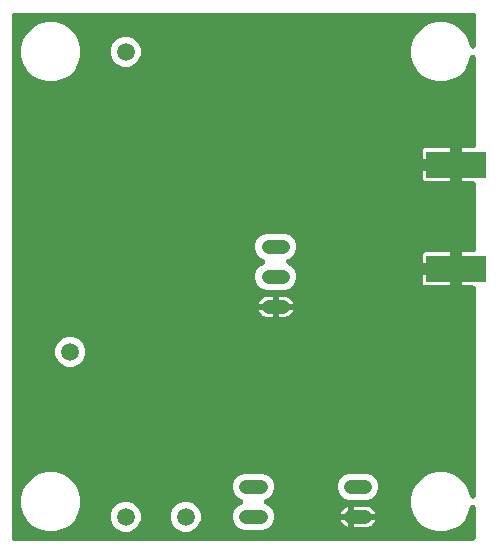
<source format=gbr>
G04 EAGLE Gerber RS-274X export*
G75*
%MOMM*%
%FSLAX34Y34*%
%LPD*%
%INBottom Copper*%
%IPPOS*%
%AMOC8*
5,1,8,0,0,1.08239X$1,22.5*%
G01*
%ADD10C,1.219200*%
%ADD11R,5.080000X2.286000*%
%ADD12C,1.500000*%

G36*
X840015Y5084D02*
X840015Y5084D01*
X840049Y5082D01*
X840238Y5104D01*
X840429Y5121D01*
X840462Y5130D01*
X840496Y5134D01*
X840679Y5189D01*
X840863Y5239D01*
X840894Y5254D01*
X840927Y5264D01*
X841098Y5351D01*
X841270Y5433D01*
X841298Y5453D01*
X841329Y5468D01*
X841481Y5584D01*
X841636Y5695D01*
X841660Y5720D01*
X841687Y5740D01*
X841816Y5880D01*
X841950Y6017D01*
X841969Y6046D01*
X841993Y6072D01*
X842095Y6233D01*
X842202Y6390D01*
X842216Y6422D01*
X842234Y6451D01*
X842307Y6628D01*
X842384Y6802D01*
X842392Y6836D01*
X842405Y6868D01*
X842445Y7055D01*
X842491Y7240D01*
X842493Y7274D01*
X842500Y7308D01*
X842519Y7620D01*
X842519Y32822D01*
X842509Y32940D01*
X842508Y33058D01*
X842489Y33164D01*
X842479Y33270D01*
X842448Y33385D01*
X842427Y33501D01*
X842389Y33601D01*
X842361Y33705D01*
X842310Y33812D01*
X842268Y33923D01*
X842213Y34015D01*
X842167Y34111D01*
X842099Y34208D01*
X842038Y34310D01*
X841968Y34391D01*
X841905Y34477D01*
X841820Y34560D01*
X841743Y34650D01*
X841659Y34717D01*
X841583Y34791D01*
X841484Y34858D01*
X841392Y34932D01*
X841298Y34984D01*
X841210Y35044D01*
X841101Y35092D01*
X840997Y35148D01*
X840896Y35182D01*
X840798Y35226D01*
X840682Y35254D01*
X840570Y35292D01*
X840464Y35307D01*
X840360Y35332D01*
X840242Y35340D01*
X840125Y35357D01*
X840018Y35354D01*
X839911Y35360D01*
X839793Y35346D01*
X839675Y35343D01*
X839570Y35320D01*
X839464Y35308D01*
X839350Y35274D01*
X839234Y35249D01*
X839135Y35209D01*
X839033Y35178D01*
X838927Y35124D01*
X838817Y35079D01*
X838727Y35022D01*
X838631Y34973D01*
X838537Y34902D01*
X838437Y34838D01*
X838358Y34766D01*
X838273Y34701D01*
X838192Y34614D01*
X838105Y34534D01*
X838040Y34449D01*
X837968Y34370D01*
X837904Y34270D01*
X837832Y34176D01*
X837783Y34081D01*
X837726Y33991D01*
X837681Y33881D01*
X837627Y33775D01*
X837579Y33632D01*
X837555Y33574D01*
X837547Y33537D01*
X837527Y33479D01*
X836172Y28419D01*
X832870Y22700D01*
X828200Y18030D01*
X822481Y14728D01*
X816102Y13019D01*
X809498Y13019D01*
X803119Y14728D01*
X797400Y18030D01*
X792730Y22700D01*
X789428Y28419D01*
X787719Y34798D01*
X787719Y41402D01*
X789428Y47781D01*
X792730Y53500D01*
X797400Y58170D01*
X803119Y61472D01*
X809498Y63181D01*
X816102Y63181D01*
X822481Y61472D01*
X828200Y58170D01*
X832870Y53500D01*
X836172Y47781D01*
X837527Y42721D01*
X837568Y42610D01*
X837599Y42495D01*
X837645Y42399D01*
X837682Y42298D01*
X837742Y42195D01*
X837793Y42089D01*
X837855Y42002D01*
X837909Y41909D01*
X837986Y41819D01*
X838055Y41723D01*
X838131Y41648D01*
X838201Y41566D01*
X838292Y41491D01*
X838377Y41409D01*
X838466Y41349D01*
X838549Y41281D01*
X838652Y41223D01*
X838750Y41156D01*
X838848Y41113D01*
X838942Y41061D01*
X839054Y41022D01*
X839162Y40974D01*
X839266Y40949D01*
X839367Y40914D01*
X839485Y40896D01*
X839600Y40868D01*
X839707Y40861D01*
X839812Y40844D01*
X839931Y40847D01*
X840049Y40840D01*
X840155Y40852D01*
X840262Y40855D01*
X840378Y40878D01*
X840496Y40892D01*
X840599Y40923D01*
X840704Y40944D01*
X840814Y40988D01*
X840927Y41022D01*
X841023Y41071D01*
X841122Y41110D01*
X841223Y41173D01*
X841329Y41227D01*
X841414Y41291D01*
X841505Y41348D01*
X841593Y41427D01*
X841687Y41499D01*
X841760Y41577D01*
X841839Y41649D01*
X841912Y41742D01*
X841993Y41830D01*
X842050Y41920D01*
X842116Y42005D01*
X842171Y42109D01*
X842234Y42209D01*
X842275Y42309D01*
X842325Y42403D01*
X842360Y42516D01*
X842405Y42626D01*
X842428Y42731D01*
X842460Y42833D01*
X842475Y42950D01*
X842500Y43066D01*
X842509Y43217D01*
X842517Y43279D01*
X842515Y43317D01*
X842519Y43378D01*
X842519Y218694D01*
X842516Y218729D01*
X842518Y218763D01*
X842496Y218952D01*
X842479Y219143D01*
X842470Y219176D01*
X842466Y219210D01*
X842411Y219393D01*
X842361Y219577D01*
X842346Y219608D01*
X842336Y219641D01*
X842249Y219812D01*
X842167Y219984D01*
X842147Y220012D01*
X842132Y220043D01*
X842016Y220195D01*
X841905Y220350D01*
X841880Y220374D01*
X841860Y220401D01*
X841720Y220530D01*
X841583Y220664D01*
X841554Y220683D01*
X841528Y220707D01*
X841367Y220809D01*
X841210Y220916D01*
X841178Y220930D01*
X841149Y220948D01*
X840972Y221021D01*
X840798Y221098D01*
X840764Y221106D01*
X840732Y221119D01*
X840545Y221159D01*
X840360Y221205D01*
X840326Y221207D01*
X840292Y221214D01*
X839980Y221233D01*
X830325Y221233D01*
X830325Y232664D01*
X830322Y232698D01*
X830324Y232733D01*
X830302Y232922D01*
X830285Y233112D01*
X830276Y233146D01*
X830272Y233180D01*
X830217Y233363D01*
X830167Y233547D01*
X830152Y233578D01*
X830142Y233611D01*
X830055Y233782D01*
X829973Y233953D01*
X829953Y233981D01*
X829937Y234012D01*
X829822Y234164D01*
X829711Y234319D01*
X829686Y234344D01*
X829665Y234371D01*
X829525Y234500D01*
X829389Y234634D01*
X829360Y234653D01*
X829334Y234676D01*
X829173Y234779D01*
X829015Y234886D01*
X828984Y234900D01*
X828955Y234918D01*
X828778Y234991D01*
X828604Y235068D01*
X828570Y235076D01*
X828538Y235089D01*
X828351Y235129D01*
X828166Y235174D01*
X828132Y235177D01*
X828098Y235184D01*
X827786Y235203D01*
X825245Y235203D01*
X825245Y235205D01*
X827786Y235205D01*
X827820Y235208D01*
X827855Y235206D01*
X828044Y235228D01*
X828234Y235245D01*
X828268Y235254D01*
X828302Y235258D01*
X828485Y235313D01*
X828669Y235363D01*
X828700Y235378D01*
X828733Y235388D01*
X828904Y235475D01*
X829075Y235557D01*
X829104Y235577D01*
X829134Y235593D01*
X829286Y235708D01*
X829442Y235819D01*
X829466Y235844D01*
X829493Y235865D01*
X829622Y236005D01*
X829756Y236141D01*
X829775Y236170D01*
X829798Y236196D01*
X829901Y236357D01*
X830008Y236515D01*
X830022Y236546D01*
X830040Y236575D01*
X830113Y236752D01*
X830190Y236926D01*
X830198Y236960D01*
X830211Y236992D01*
X830251Y237179D01*
X830297Y237364D01*
X830299Y237398D01*
X830306Y237432D01*
X830325Y237744D01*
X830325Y249175D01*
X839980Y249175D01*
X840015Y249178D01*
X840049Y249176D01*
X840238Y249198D01*
X840429Y249215D01*
X840462Y249224D01*
X840496Y249228D01*
X840679Y249283D01*
X840863Y249333D01*
X840894Y249348D01*
X840927Y249358D01*
X841098Y249445D01*
X841270Y249527D01*
X841298Y249547D01*
X841329Y249562D01*
X841481Y249678D01*
X841636Y249789D01*
X841660Y249814D01*
X841687Y249834D01*
X841816Y249974D01*
X841950Y250111D01*
X841969Y250140D01*
X841993Y250166D01*
X842095Y250327D01*
X842202Y250484D01*
X842216Y250516D01*
X842234Y250545D01*
X842307Y250722D01*
X842384Y250896D01*
X842392Y250930D01*
X842405Y250962D01*
X842445Y251149D01*
X842491Y251334D01*
X842493Y251368D01*
X842500Y251402D01*
X842519Y251714D01*
X842519Y307086D01*
X842516Y307121D01*
X842518Y307155D01*
X842496Y307344D01*
X842479Y307535D01*
X842470Y307568D01*
X842466Y307602D01*
X842411Y307785D01*
X842361Y307969D01*
X842346Y308000D01*
X842336Y308033D01*
X842249Y308204D01*
X842167Y308376D01*
X842147Y308404D01*
X842132Y308435D01*
X842016Y308587D01*
X841905Y308742D01*
X841880Y308766D01*
X841860Y308793D01*
X841720Y308922D01*
X841583Y309056D01*
X841554Y309075D01*
X841528Y309099D01*
X841367Y309201D01*
X841210Y309308D01*
X841178Y309322D01*
X841149Y309340D01*
X840972Y309413D01*
X840798Y309490D01*
X840764Y309498D01*
X840732Y309511D01*
X840545Y309551D01*
X840360Y309597D01*
X840326Y309599D01*
X840292Y309606D01*
X839980Y309625D01*
X830325Y309625D01*
X830325Y321056D01*
X830322Y321090D01*
X830324Y321125D01*
X830302Y321314D01*
X830285Y321504D01*
X830276Y321538D01*
X830272Y321572D01*
X830217Y321755D01*
X830167Y321939D01*
X830152Y321970D01*
X830142Y322003D01*
X830055Y322174D01*
X829973Y322345D01*
X829953Y322373D01*
X829937Y322404D01*
X829822Y322556D01*
X829711Y322711D01*
X829686Y322736D01*
X829665Y322763D01*
X829525Y322892D01*
X829389Y323026D01*
X829360Y323045D01*
X829334Y323068D01*
X829173Y323171D01*
X829015Y323278D01*
X828984Y323292D01*
X828955Y323310D01*
X828778Y323383D01*
X828604Y323460D01*
X828570Y323468D01*
X828538Y323481D01*
X828351Y323521D01*
X828166Y323566D01*
X828132Y323569D01*
X828098Y323576D01*
X827786Y323595D01*
X825245Y323595D01*
X825245Y323597D01*
X827786Y323597D01*
X827820Y323600D01*
X827855Y323598D01*
X828044Y323620D01*
X828234Y323637D01*
X828268Y323646D01*
X828302Y323650D01*
X828485Y323705D01*
X828669Y323755D01*
X828700Y323770D01*
X828733Y323780D01*
X828904Y323867D01*
X829075Y323949D01*
X829104Y323969D01*
X829134Y323985D01*
X829286Y324100D01*
X829442Y324211D01*
X829466Y324236D01*
X829493Y324257D01*
X829622Y324397D01*
X829756Y324533D01*
X829775Y324562D01*
X829798Y324588D01*
X829901Y324749D01*
X830008Y324907D01*
X830022Y324938D01*
X830040Y324967D01*
X830113Y325144D01*
X830190Y325318D01*
X830198Y325352D01*
X830211Y325384D01*
X830251Y325571D01*
X830297Y325756D01*
X830299Y325790D01*
X830306Y325824D01*
X830325Y326136D01*
X830325Y337567D01*
X839980Y337567D01*
X840015Y337570D01*
X840049Y337568D01*
X840238Y337590D01*
X840429Y337607D01*
X840462Y337616D01*
X840496Y337620D01*
X840679Y337675D01*
X840863Y337725D01*
X840894Y337740D01*
X840927Y337750D01*
X841098Y337837D01*
X841270Y337919D01*
X841298Y337939D01*
X841329Y337954D01*
X841481Y338070D01*
X841636Y338181D01*
X841660Y338206D01*
X841687Y338226D01*
X841816Y338366D01*
X841950Y338503D01*
X841969Y338532D01*
X841993Y338558D01*
X842095Y338719D01*
X842202Y338876D01*
X842216Y338908D01*
X842234Y338937D01*
X842307Y339114D01*
X842384Y339288D01*
X842392Y339322D01*
X842405Y339354D01*
X842445Y339541D01*
X842491Y339726D01*
X842493Y339760D01*
X842500Y339794D01*
X842519Y340106D01*
X842519Y413822D01*
X842509Y413940D01*
X842508Y414058D01*
X842489Y414164D01*
X842479Y414270D01*
X842448Y414385D01*
X842427Y414501D01*
X842389Y414601D01*
X842361Y414705D01*
X842310Y414812D01*
X842268Y414923D01*
X842213Y415015D01*
X842167Y415111D01*
X842099Y415208D01*
X842038Y415310D01*
X841968Y415391D01*
X841905Y415477D01*
X841820Y415560D01*
X841743Y415650D01*
X841659Y415717D01*
X841583Y415791D01*
X841484Y415858D01*
X841392Y415932D01*
X841298Y415984D01*
X841210Y416044D01*
X841101Y416092D01*
X840997Y416148D01*
X840896Y416182D01*
X840798Y416226D01*
X840682Y416254D01*
X840570Y416292D01*
X840464Y416307D01*
X840360Y416332D01*
X840242Y416340D01*
X840125Y416357D01*
X840018Y416354D01*
X839911Y416360D01*
X839793Y416346D01*
X839675Y416343D01*
X839570Y416320D01*
X839464Y416308D01*
X839350Y416274D01*
X839234Y416249D01*
X839135Y416209D01*
X839033Y416178D01*
X838927Y416124D01*
X838817Y416079D01*
X838727Y416022D01*
X838631Y415973D01*
X838537Y415902D01*
X838437Y415838D01*
X838358Y415766D01*
X838273Y415701D01*
X838192Y415614D01*
X838105Y415534D01*
X838040Y415449D01*
X837968Y415370D01*
X837904Y415270D01*
X837832Y415176D01*
X837783Y415081D01*
X837726Y414991D01*
X837681Y414881D01*
X837627Y414775D01*
X837579Y414632D01*
X837555Y414574D01*
X837547Y414537D01*
X837527Y414479D01*
X836172Y409419D01*
X832870Y403700D01*
X828200Y399030D01*
X822481Y395728D01*
X816102Y394019D01*
X809498Y394019D01*
X803119Y395728D01*
X797400Y399030D01*
X792730Y403700D01*
X789428Y409419D01*
X787719Y415798D01*
X787719Y422402D01*
X789428Y428781D01*
X792730Y434500D01*
X797400Y439170D01*
X803119Y442472D01*
X809498Y444181D01*
X816102Y444181D01*
X822481Y442472D01*
X828200Y439170D01*
X832870Y434500D01*
X836172Y428781D01*
X837527Y423721D01*
X837568Y423610D01*
X837599Y423495D01*
X837645Y423399D01*
X837682Y423298D01*
X837742Y423196D01*
X837793Y423089D01*
X837855Y423002D01*
X837909Y422909D01*
X837986Y422819D01*
X838055Y422723D01*
X838131Y422648D01*
X838201Y422566D01*
X838292Y422491D01*
X838377Y422409D01*
X838466Y422349D01*
X838549Y422281D01*
X838652Y422223D01*
X838750Y422156D01*
X838848Y422113D01*
X838942Y422061D01*
X839054Y422022D01*
X839162Y421974D01*
X839266Y421949D01*
X839367Y421914D01*
X839485Y421896D01*
X839600Y421868D01*
X839707Y421861D01*
X839812Y421844D01*
X839931Y421847D01*
X840049Y421840D01*
X840155Y421852D01*
X840262Y421855D01*
X840378Y421878D01*
X840496Y421892D01*
X840599Y421923D01*
X840704Y421944D01*
X840814Y421988D01*
X840927Y422022D01*
X841023Y422071D01*
X841122Y422110D01*
X841223Y422173D01*
X841329Y422227D01*
X841414Y422291D01*
X841505Y422348D01*
X841593Y422427D01*
X841687Y422499D01*
X841760Y422577D01*
X841839Y422649D01*
X841912Y422742D01*
X841993Y422830D01*
X842050Y422920D01*
X842116Y423005D01*
X842171Y423109D01*
X842234Y423209D01*
X842275Y423309D01*
X842325Y423403D01*
X842360Y423516D01*
X842405Y423626D01*
X842428Y423731D01*
X842460Y423833D01*
X842475Y423950D01*
X842500Y424066D01*
X842509Y424217D01*
X842517Y424279D01*
X842515Y424317D01*
X842519Y424378D01*
X842519Y449480D01*
X842517Y449502D01*
X842518Y449519D01*
X842517Y449529D01*
X842518Y449549D01*
X842496Y449738D01*
X842479Y449929D01*
X842470Y449962D01*
X842466Y449996D01*
X842411Y450179D01*
X842361Y450363D01*
X842346Y450394D01*
X842336Y450427D01*
X842249Y450598D01*
X842167Y450770D01*
X842147Y450798D01*
X842132Y450829D01*
X842016Y450981D01*
X841905Y451136D01*
X841880Y451160D01*
X841860Y451187D01*
X841720Y451316D01*
X841583Y451450D01*
X841554Y451469D01*
X841528Y451493D01*
X841367Y451595D01*
X841210Y451702D01*
X841178Y451716D01*
X841149Y451734D01*
X840972Y451807D01*
X840798Y451884D01*
X840764Y451892D01*
X840732Y451905D01*
X840545Y451945D01*
X840360Y451991D01*
X840326Y451993D01*
X840292Y452000D01*
X839980Y452019D01*
X452120Y452019D01*
X452085Y452016D01*
X452051Y452018D01*
X451862Y451996D01*
X451671Y451979D01*
X451638Y451970D01*
X451604Y451966D01*
X451421Y451911D01*
X451237Y451861D01*
X451206Y451846D01*
X451173Y451836D01*
X451002Y451749D01*
X450830Y451667D01*
X450802Y451647D01*
X450771Y451632D01*
X450619Y451516D01*
X450464Y451405D01*
X450440Y451380D01*
X450413Y451360D01*
X450284Y451220D01*
X450150Y451083D01*
X450131Y451054D01*
X450107Y451028D01*
X450005Y450867D01*
X449898Y450710D01*
X449884Y450678D01*
X449866Y450649D01*
X449793Y450472D01*
X449716Y450298D01*
X449708Y450264D01*
X449695Y450232D01*
X449655Y450045D01*
X449609Y449860D01*
X449607Y449826D01*
X449600Y449792D01*
X449581Y449480D01*
X449581Y7620D01*
X449584Y7585D01*
X449582Y7551D01*
X449604Y7362D01*
X449621Y7171D01*
X449630Y7138D01*
X449634Y7104D01*
X449689Y6921D01*
X449739Y6737D01*
X449754Y6706D01*
X449764Y6673D01*
X449851Y6502D01*
X449933Y6330D01*
X449953Y6302D01*
X449968Y6271D01*
X450084Y6119D01*
X450195Y5964D01*
X450220Y5940D01*
X450240Y5913D01*
X450380Y5784D01*
X450517Y5650D01*
X450546Y5631D01*
X450572Y5607D01*
X450733Y5505D01*
X450890Y5398D01*
X450922Y5384D01*
X450951Y5366D01*
X451128Y5293D01*
X451302Y5216D01*
X451336Y5208D01*
X451368Y5195D01*
X451555Y5155D01*
X451740Y5109D01*
X451774Y5107D01*
X451808Y5100D01*
X452120Y5081D01*
X839980Y5081D01*
X840015Y5084D01*
G37*
%LPC*%
G36*
X479298Y394019D02*
X479298Y394019D01*
X472919Y395728D01*
X467200Y399030D01*
X462530Y403700D01*
X459228Y409419D01*
X457519Y415798D01*
X457519Y422402D01*
X459228Y428781D01*
X462530Y434500D01*
X467200Y439170D01*
X472919Y442472D01*
X479298Y444181D01*
X485902Y444181D01*
X492281Y442472D01*
X498000Y439170D01*
X502670Y434500D01*
X505972Y428781D01*
X507681Y422402D01*
X507681Y415798D01*
X505972Y409419D01*
X502670Y403700D01*
X498000Y399030D01*
X492281Y395728D01*
X485902Y394019D01*
X479298Y394019D01*
G37*
%LPD*%
%LPC*%
G36*
X479298Y13019D02*
X479298Y13019D01*
X472919Y14728D01*
X467200Y18030D01*
X462530Y22700D01*
X459228Y28419D01*
X457519Y34798D01*
X457519Y41402D01*
X459228Y47781D01*
X462530Y53500D01*
X467200Y58170D01*
X472919Y61472D01*
X479298Y63181D01*
X485902Y63181D01*
X492281Y61472D01*
X498000Y58170D01*
X502670Y53500D01*
X505972Y47781D01*
X507681Y41402D01*
X507681Y34798D01*
X505972Y28419D01*
X502670Y22700D01*
X498000Y18030D01*
X492281Y14728D01*
X485902Y13019D01*
X479298Y13019D01*
G37*
%LPD*%
%LPC*%
G36*
X645985Y14223D02*
X645985Y14223D01*
X641877Y15925D01*
X638733Y19069D01*
X637031Y23177D01*
X637031Y27623D01*
X638733Y31731D01*
X641877Y34875D01*
X643999Y35754D01*
X644114Y35814D01*
X644233Y35866D01*
X644281Y35897D01*
X644295Y35904D01*
X644321Y35923D01*
X644398Y35963D01*
X644500Y36042D01*
X644609Y36114D01*
X644678Y36180D01*
X644754Y36238D01*
X644841Y36335D01*
X644935Y36425D01*
X644991Y36502D01*
X645055Y36573D01*
X645124Y36683D01*
X645201Y36788D01*
X645243Y36874D01*
X645293Y36955D01*
X645341Y37076D01*
X645398Y37192D01*
X645425Y37284D01*
X645460Y37373D01*
X645486Y37501D01*
X645521Y37626D01*
X645531Y37721D01*
X645550Y37814D01*
X645553Y37944D01*
X645566Y38074D01*
X645559Y38169D01*
X645561Y38264D01*
X645541Y38393D01*
X645531Y38523D01*
X645507Y38615D01*
X645492Y38709D01*
X645450Y38832D01*
X645417Y38958D01*
X645377Y39045D01*
X645346Y39135D01*
X645282Y39249D01*
X645228Y39367D01*
X645173Y39445D01*
X645126Y39528D01*
X645044Y39629D01*
X644969Y39736D01*
X644901Y39803D01*
X644841Y39877D01*
X644742Y39961D01*
X644650Y40053D01*
X644571Y40107D01*
X644499Y40169D01*
X644386Y40235D01*
X644279Y40309D01*
X644162Y40366D01*
X644110Y40397D01*
X644068Y40412D01*
X643999Y40446D01*
X641877Y41325D01*
X638733Y44469D01*
X637031Y48577D01*
X637031Y53023D01*
X638733Y57131D01*
X641877Y60275D01*
X645985Y61977D01*
X662623Y61977D01*
X666731Y60275D01*
X669875Y57131D01*
X671577Y53023D01*
X671577Y48577D01*
X669875Y44469D01*
X666731Y41325D01*
X664609Y40446D01*
X664494Y40386D01*
X664375Y40334D01*
X664295Y40282D01*
X664210Y40237D01*
X664107Y40158D01*
X663999Y40086D01*
X663930Y40020D01*
X663854Y39962D01*
X663767Y39865D01*
X663673Y39776D01*
X663617Y39698D01*
X663553Y39627D01*
X663484Y39517D01*
X663407Y39412D01*
X663365Y39326D01*
X663315Y39245D01*
X663267Y39125D01*
X663210Y39008D01*
X663183Y38916D01*
X663148Y38827D01*
X663122Y38700D01*
X663087Y38574D01*
X663077Y38479D01*
X663058Y38386D01*
X663055Y38256D01*
X663042Y38126D01*
X663049Y38031D01*
X663047Y37936D01*
X663067Y37807D01*
X663077Y37677D01*
X663101Y37585D01*
X663116Y37491D01*
X663158Y37368D01*
X663191Y37242D01*
X663231Y37155D01*
X663262Y37065D01*
X663326Y36951D01*
X663380Y36833D01*
X663435Y36755D01*
X663482Y36672D01*
X663564Y36571D01*
X663639Y36464D01*
X663706Y36397D01*
X663767Y36323D01*
X663866Y36239D01*
X663958Y36147D01*
X664037Y36093D01*
X664109Y36031D01*
X664222Y35965D01*
X664329Y35891D01*
X664415Y35849D01*
X664434Y35837D01*
X664457Y35827D01*
X664498Y35803D01*
X664540Y35788D01*
X664609Y35754D01*
X666731Y34875D01*
X669875Y31731D01*
X671577Y27623D01*
X671577Y23177D01*
X669875Y19069D01*
X666731Y15925D01*
X662623Y14223D01*
X645985Y14223D01*
G37*
%LPD*%
%LPC*%
G36*
X664781Y217423D02*
X664781Y217423D01*
X660673Y219125D01*
X657529Y222269D01*
X655827Y226377D01*
X655827Y230823D01*
X657529Y234931D01*
X660673Y238075D01*
X662795Y238954D01*
X662910Y239014D01*
X663029Y239066D01*
X663109Y239118D01*
X663194Y239163D01*
X663297Y239242D01*
X663405Y239314D01*
X663474Y239380D01*
X663550Y239438D01*
X663637Y239535D01*
X663731Y239625D01*
X663787Y239702D01*
X663851Y239773D01*
X663920Y239883D01*
X663997Y239988D01*
X664039Y240074D01*
X664089Y240155D01*
X664137Y240276D01*
X664194Y240392D01*
X664221Y240484D01*
X664256Y240573D01*
X664282Y240701D01*
X664317Y240826D01*
X664327Y240921D01*
X664346Y241014D01*
X664349Y241144D01*
X664362Y241274D01*
X664355Y241369D01*
X664357Y241464D01*
X664337Y241593D01*
X664327Y241723D01*
X664303Y241815D01*
X664288Y241909D01*
X664246Y242033D01*
X664213Y242158D01*
X664173Y242245D01*
X664142Y242335D01*
X664078Y242449D01*
X664024Y242567D01*
X663969Y242645D01*
X663922Y242728D01*
X663840Y242829D01*
X663765Y242936D01*
X663697Y243003D01*
X663637Y243077D01*
X663538Y243161D01*
X663446Y243253D01*
X663367Y243307D01*
X663295Y243369D01*
X663182Y243435D01*
X663075Y243509D01*
X662959Y243566D01*
X662906Y243597D01*
X662864Y243612D01*
X662795Y243646D01*
X660673Y244525D01*
X657529Y247669D01*
X655827Y251777D01*
X655827Y256223D01*
X657529Y260331D01*
X660673Y263475D01*
X664781Y265177D01*
X681419Y265177D01*
X685527Y263475D01*
X688671Y260331D01*
X690373Y256223D01*
X690373Y251777D01*
X688671Y247669D01*
X685527Y244525D01*
X683405Y243646D01*
X683290Y243586D01*
X683171Y243534D01*
X683091Y243482D01*
X683006Y243437D01*
X682904Y243358D01*
X682795Y243286D01*
X682726Y243220D01*
X682650Y243162D01*
X682563Y243065D01*
X682469Y242976D01*
X682413Y242898D01*
X682349Y242828D01*
X682280Y242717D01*
X682203Y242612D01*
X682161Y242526D01*
X682111Y242445D01*
X682063Y242324D01*
X682006Y242208D01*
X681979Y242116D01*
X681944Y242027D01*
X681918Y241900D01*
X681883Y241774D01*
X681873Y241679D01*
X681854Y241586D01*
X681851Y241456D01*
X681838Y241326D01*
X681845Y241231D01*
X681843Y241136D01*
X681863Y241007D01*
X681873Y240877D01*
X681897Y240785D01*
X681912Y240691D01*
X681954Y240567D01*
X681987Y240442D01*
X682027Y240355D01*
X682058Y240265D01*
X682122Y240151D01*
X682176Y240033D01*
X682231Y239955D01*
X682278Y239872D01*
X682360Y239771D01*
X682435Y239664D01*
X682502Y239597D01*
X682563Y239523D01*
X682662Y239439D01*
X682754Y239347D01*
X682833Y239293D01*
X682905Y239231D01*
X683018Y239165D01*
X683125Y239091D01*
X683241Y239034D01*
X683294Y239003D01*
X683336Y238988D01*
X683405Y238954D01*
X685527Y238075D01*
X688671Y234931D01*
X690373Y230823D01*
X690373Y226377D01*
X688671Y222269D01*
X685527Y219125D01*
X681419Y217423D01*
X664781Y217423D01*
G37*
%LPD*%
%LPC*%
G36*
X734377Y39623D02*
X734377Y39623D01*
X730269Y41325D01*
X727125Y44469D01*
X725423Y48577D01*
X725423Y53023D01*
X727125Y57131D01*
X730269Y60275D01*
X734377Y61977D01*
X751015Y61977D01*
X755123Y60275D01*
X758267Y57131D01*
X759969Y53023D01*
X759969Y48577D01*
X758267Y44469D01*
X755123Y41325D01*
X751015Y39623D01*
X734377Y39623D01*
G37*
%LPD*%
%LPC*%
G36*
X543598Y406519D02*
X543598Y406519D01*
X538974Y408435D01*
X535435Y411974D01*
X533519Y416598D01*
X533519Y421602D01*
X535435Y426226D01*
X538974Y429765D01*
X543598Y431681D01*
X548602Y431681D01*
X553226Y429765D01*
X556765Y426226D01*
X558681Y421602D01*
X558681Y416598D01*
X556765Y411974D01*
X553226Y408435D01*
X548602Y406519D01*
X543598Y406519D01*
G37*
%LPD*%
%LPC*%
G36*
X543598Y12819D02*
X543598Y12819D01*
X538974Y14735D01*
X535435Y18274D01*
X533519Y22898D01*
X533519Y27902D01*
X535435Y32526D01*
X538974Y36065D01*
X543598Y37981D01*
X548602Y37981D01*
X553226Y36065D01*
X556765Y32526D01*
X558681Y27902D01*
X558681Y22898D01*
X556765Y18274D01*
X553226Y14735D01*
X548602Y12819D01*
X543598Y12819D01*
G37*
%LPD*%
%LPC*%
G36*
X594398Y12819D02*
X594398Y12819D01*
X589774Y14735D01*
X586235Y18274D01*
X584319Y22898D01*
X584319Y27902D01*
X586235Y32526D01*
X589774Y36065D01*
X594398Y37981D01*
X599402Y37981D01*
X604026Y36065D01*
X607565Y32526D01*
X609481Y27902D01*
X609481Y22898D01*
X607565Y18274D01*
X604026Y14735D01*
X599402Y12819D01*
X594398Y12819D01*
G37*
%LPD*%
%LPC*%
G36*
X496608Y152519D02*
X496608Y152519D01*
X491984Y154435D01*
X488445Y157974D01*
X486529Y162598D01*
X486529Y167602D01*
X488445Y172226D01*
X491984Y175765D01*
X496608Y177681D01*
X501612Y177681D01*
X506236Y175765D01*
X509775Y172226D01*
X511691Y167602D01*
X511691Y162598D01*
X509775Y157974D01*
X506236Y154435D01*
X501612Y152519D01*
X496608Y152519D01*
G37*
%LPD*%
%LPC*%
G36*
X797305Y328675D02*
X797305Y328675D01*
X797305Y335361D01*
X797478Y336007D01*
X797813Y336586D01*
X798286Y337059D01*
X798865Y337394D01*
X799511Y337567D01*
X820167Y337567D01*
X820167Y328675D01*
X797305Y328675D01*
G37*
%LPD*%
%LPC*%
G36*
X797305Y240283D02*
X797305Y240283D01*
X797305Y246969D01*
X797478Y247615D01*
X797813Y248194D01*
X798286Y248667D01*
X798865Y249002D01*
X799511Y249175D01*
X820167Y249175D01*
X820167Y240283D01*
X797305Y240283D01*
G37*
%LPD*%
%LPC*%
G36*
X799511Y309625D02*
X799511Y309625D01*
X798865Y309798D01*
X798286Y310133D01*
X797813Y310606D01*
X797478Y311185D01*
X797305Y311831D01*
X797305Y318517D01*
X820167Y318517D01*
X820167Y309625D01*
X799511Y309625D01*
G37*
%LPD*%
%LPC*%
G36*
X799511Y221233D02*
X799511Y221233D01*
X798865Y221406D01*
X798286Y221741D01*
X797813Y222214D01*
X797478Y222793D01*
X797305Y223439D01*
X797305Y230125D01*
X820167Y230125D01*
X820167Y221233D01*
X799511Y221233D01*
G37*
%LPD*%
%LPC*%
G36*
X739139Y27939D02*
X739139Y27939D01*
X739139Y34037D01*
X749472Y34037D01*
X750815Y33824D01*
X752107Y33404D01*
X753319Y32787D01*
X754418Y31988D01*
X755380Y31026D01*
X756179Y29927D01*
X756796Y28715D01*
X757048Y27939D01*
X739139Y27939D01*
G37*
%LPD*%
%LPC*%
G36*
X739139Y16763D02*
X739139Y16763D01*
X739139Y22861D01*
X757048Y22861D01*
X756796Y22085D01*
X756179Y20873D01*
X755380Y19774D01*
X754418Y18812D01*
X753319Y18013D01*
X752107Y17396D01*
X750815Y16976D01*
X749472Y16763D01*
X739139Y16763D01*
G37*
%LPD*%
%LPC*%
G36*
X675639Y205739D02*
X675639Y205739D01*
X675639Y211837D01*
X679876Y211837D01*
X681219Y211624D01*
X682511Y211204D01*
X683723Y210587D01*
X684822Y209788D01*
X685784Y208826D01*
X686583Y207727D01*
X687200Y206515D01*
X687452Y205739D01*
X675639Y205739D01*
G37*
%LPD*%
%LPC*%
G36*
X658748Y205739D02*
X658748Y205739D01*
X659000Y206515D01*
X659617Y207727D01*
X660416Y208826D01*
X661378Y209788D01*
X662477Y210587D01*
X663689Y211204D01*
X664981Y211624D01*
X666324Y211837D01*
X670561Y211837D01*
X670561Y205739D01*
X658748Y205739D01*
G37*
%LPD*%
%LPC*%
G36*
X675639Y194563D02*
X675639Y194563D01*
X675639Y200661D01*
X687452Y200661D01*
X687200Y199885D01*
X686583Y198673D01*
X685784Y197574D01*
X684822Y196612D01*
X683723Y195813D01*
X682511Y195196D01*
X681219Y194776D01*
X679876Y194563D01*
X675639Y194563D01*
G37*
%LPD*%
%LPC*%
G36*
X666324Y194563D02*
X666324Y194563D01*
X664981Y194776D01*
X663689Y195196D01*
X662477Y195813D01*
X661378Y196612D01*
X660416Y197574D01*
X659617Y198673D01*
X659000Y199885D01*
X658748Y200661D01*
X670561Y200661D01*
X670561Y194563D01*
X666324Y194563D01*
G37*
%LPD*%
%LPC*%
G36*
X728344Y27939D02*
X728344Y27939D01*
X728596Y28715D01*
X729213Y29927D01*
X730012Y31026D01*
X730974Y31988D01*
X732073Y32787D01*
X733285Y33404D01*
X734061Y33656D01*
X734061Y27939D01*
X728344Y27939D01*
G37*
%LPD*%
%LPC*%
G36*
X733285Y17396D02*
X733285Y17396D01*
X732073Y18013D01*
X730974Y18812D01*
X730012Y19774D01*
X729213Y20873D01*
X728596Y22085D01*
X728344Y22861D01*
X734061Y22861D01*
X734061Y17144D01*
X733285Y17396D01*
G37*
%LPD*%
D10*
X679196Y254000D02*
X667004Y254000D01*
X667004Y203200D02*
X679196Y203200D01*
X679196Y228600D02*
X667004Y228600D01*
X660400Y50800D02*
X648208Y50800D01*
X648208Y25400D02*
X660400Y25400D01*
X736600Y25400D02*
X748792Y25400D01*
X748792Y50800D02*
X736600Y50800D01*
D11*
X825246Y323596D03*
X825246Y235204D03*
D12*
X825500Y139700D03*
X787400Y139700D03*
X749300Y139700D03*
X711200Y139700D03*
X596900Y279400D03*
X657860Y111760D03*
X749300Y381000D03*
X749300Y321310D03*
X769620Y25400D03*
X769620Y234950D03*
X722630Y204470D03*
X584200Y419100D03*
X501650Y110490D03*
X655320Y182880D03*
X546100Y419100D03*
X596900Y25400D03*
X546100Y25400D03*
X499110Y165100D03*
M02*

</source>
